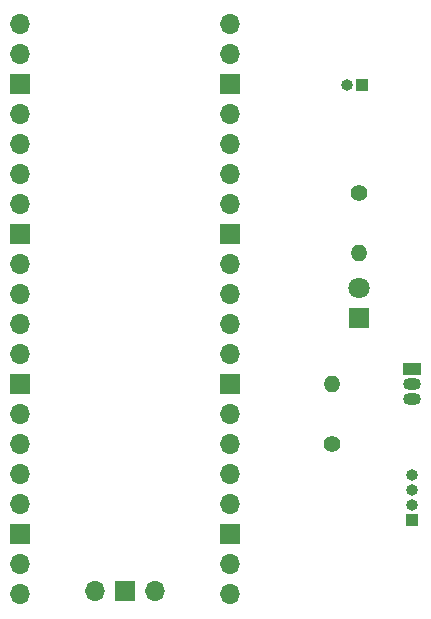
<source format=gbr>
%TF.GenerationSoftware,KiCad,Pcbnew,8.0.1*%
%TF.CreationDate,2024-03-27T17:00:54-03:00*%
%TF.ProjectId,Pond_S6,506f6e64-5f53-4362-9e6b-696361645f70,rev?*%
%TF.SameCoordinates,Original*%
%TF.FileFunction,Copper,L2,Bot*%
%TF.FilePolarity,Positive*%
%FSLAX46Y46*%
G04 Gerber Fmt 4.6, Leading zero omitted, Abs format (unit mm)*
G04 Created by KiCad (PCBNEW 8.0.1) date 2024-03-27 17:00:54*
%MOMM*%
%LPD*%
G01*
G04 APERTURE LIST*
%TA.AperFunction,ComponentPad*%
%ADD10C,1.400000*%
%TD*%
%TA.AperFunction,ComponentPad*%
%ADD11O,1.400000X1.400000*%
%TD*%
%TA.AperFunction,ComponentPad*%
%ADD12R,1.000000X1.000000*%
%TD*%
%TA.AperFunction,ComponentPad*%
%ADD13O,1.000000X1.000000*%
%TD*%
%TA.AperFunction,ComponentPad*%
%ADD14R,1.500000X1.050000*%
%TD*%
%TA.AperFunction,ComponentPad*%
%ADD15O,1.500000X1.050000*%
%TD*%
%TA.AperFunction,ComponentPad*%
%ADD16O,1.700000X1.700000*%
%TD*%
%TA.AperFunction,ComponentPad*%
%ADD17R,1.700000X1.700000*%
%TD*%
%TA.AperFunction,ComponentPad*%
%ADD18R,1.800000X1.800000*%
%TD*%
%TA.AperFunction,ComponentPad*%
%ADD19C,1.800000*%
%TD*%
G04 APERTURE END LIST*
D10*
%TO.P,R2,1*%
%TO.N,GPIO_20*%
X153450000Y-82240000D03*
D11*
%TO.P,R2,2*%
%TO.N,Net-(Q1-B)*%
X153450000Y-77160000D03*
%TD*%
D10*
%TO.P,R1,1*%
%TO.N,VCC*%
X155700000Y-60970000D03*
D11*
%TO.P,R1,2*%
%TO.N,Net-(D1-A)*%
X155700000Y-66050000D03*
%TD*%
D12*
%TO.P,J1,1,Pin_1*%
%TO.N,VCC*%
X155960000Y-51800000D03*
D13*
%TO.P,J1,2,Pin_2*%
%TO.N,GND*%
X154690000Y-51800000D03*
%TD*%
D12*
%TO.P,J2,1,Pin_1*%
%TO.N,GND*%
X160200000Y-88660000D03*
D13*
%TO.P,J2,2,Pin_2*%
%TO.N,Triger*%
X160200000Y-87390000D03*
%TO.P,J2,3,Pin_3*%
%TO.N,Echo*%
X160200000Y-86120000D03*
%TO.P,J2,4,Pin_4*%
%TO.N,VCC2*%
X160200000Y-84850000D03*
%TD*%
D14*
%TO.P,Q1,1,C*%
%TO.N,LED*%
X160210000Y-75870000D03*
D15*
%TO.P,Q1,2,B*%
%TO.N,Net-(Q1-B)*%
X160210000Y-77140000D03*
%TO.P,Q1,3,E*%
%TO.N,VCC2*%
X160210000Y-78410000D03*
%TD*%
D16*
%TO.P,U1,1,GPIO0*%
%TO.N,unconnected-(U1-GPIO0-Pad1)*%
X127045000Y-46675000D03*
%TO.P,U1,2,GPIO1*%
%TO.N,unconnected-(U1-GPIO1-Pad2)*%
X127045000Y-49215000D03*
D17*
%TO.P,U1,3,GND*%
%TO.N,GND*%
X127045000Y-51755000D03*
D16*
%TO.P,U1,4,GPIO2*%
%TO.N,unconnected-(U1-GPIO2-Pad4)*%
X127045000Y-54295000D03*
%TO.P,U1,5,GPIO3*%
%TO.N,unconnected-(U1-GPIO3-Pad5)*%
X127045000Y-56835000D03*
%TO.P,U1,6,GPIO4*%
%TO.N,unconnected-(U1-GPIO4-Pad6)*%
X127045000Y-59375000D03*
%TO.P,U1,7,GPIO5*%
%TO.N,GND*%
X127045000Y-61915000D03*
D17*
%TO.P,U1,8,GND*%
%TO.N,unconnected-(U1-GND-Pad8)*%
X127045000Y-64455000D03*
D16*
%TO.P,U1,9,GPIO6*%
%TO.N,unconnected-(U1-GPIO6-Pad9)*%
X127045000Y-66995000D03*
%TO.P,U1,10,GPIO7*%
%TO.N,unconnected-(U1-GPIO7-Pad10)*%
X127045000Y-69535000D03*
%TO.P,U1,11,GPIO8*%
%TO.N,unconnected-(U1-GPIO8-Pad11)*%
X127045000Y-72075000D03*
%TO.P,U1,12,GPIO9*%
%TO.N,unconnected-(U1-GPIO9-Pad12)*%
X127045000Y-74615000D03*
D17*
%TO.P,U1,13,GND*%
%TO.N,GND*%
X127045000Y-77155000D03*
D16*
%TO.P,U1,14,GPIO10*%
%TO.N,unconnected-(U1-GPIO10-Pad14)*%
X127045000Y-79695000D03*
%TO.P,U1,15,GPIO11*%
%TO.N,unconnected-(U1-GPIO11-Pad15)*%
X127045000Y-82235000D03*
%TO.P,U1,16,GPIO12*%
%TO.N,unconnected-(U1-GPIO12-Pad16)*%
X127045000Y-84775000D03*
%TO.P,U1,17,GPIO13*%
%TO.N,unconnected-(U1-GPIO13-Pad17)*%
X127045000Y-87315000D03*
D17*
%TO.P,U1,18,GND*%
%TO.N,GND*%
X127045000Y-89855000D03*
D16*
%TO.P,U1,19,GPIO14*%
%TO.N,unconnected-(U1-GPIO14-Pad19)*%
X127045000Y-92395000D03*
%TO.P,U1,20,GPIO15*%
%TO.N,unconnected-(U1-GPIO15-Pad20)*%
X127045000Y-94935000D03*
%TO.P,U1,21,GPIO16*%
%TO.N,unconnected-(U1-GPIO16-Pad21)*%
X144825000Y-94935000D03*
%TO.P,U1,22,GPIO17*%
%TO.N,unconnected-(U1-GPIO17-Pad22)*%
X144825000Y-92395000D03*
D17*
%TO.P,U1,23,GND*%
%TO.N,GND*%
X144825000Y-89855000D03*
D16*
%TO.P,U1,24,GPIO18*%
%TO.N,Triger*%
X144825000Y-87315000D03*
%TO.P,U1,25,GPIO19*%
%TO.N,Echo*%
X144825000Y-84775000D03*
%TO.P,U1,26,GPIO20*%
%TO.N,GPIO_20*%
X144825000Y-82235000D03*
%TO.P,U1,27,GPIO21*%
%TO.N,unconnected-(U1-GPIO21-Pad27)*%
X144825000Y-79695000D03*
D17*
%TO.P,U1,28,GND*%
%TO.N,GND*%
X144825000Y-77155000D03*
D16*
%TO.P,U1,29,GPIO22*%
%TO.N,unconnected-(U1-GPIO22-Pad29)*%
X144825000Y-74615000D03*
%TO.P,U1,30,RUN*%
%TO.N,unconnected-(U1-RUN-Pad30)*%
X144825000Y-72075000D03*
%TO.P,U1,31,GPIO26_ADC0*%
%TO.N,unconnected-(U1-GPIO26_ADC0-Pad31)*%
X144825000Y-69535000D03*
%TO.P,U1,32,GPIO27_ADC1*%
%TO.N,unconnected-(U1-GPIO27_ADC1-Pad32)*%
X144825000Y-66995000D03*
D17*
%TO.P,U1,33,AGND*%
%TO.N,unconnected-(U1-AGND-Pad33)*%
X144825000Y-64455000D03*
D16*
%TO.P,U1,34,GPIO28_ADC2*%
%TO.N,unconnected-(U1-GPIO28_ADC2-Pad34)*%
X144825000Y-61915000D03*
%TO.P,U1,35,ADC_VREF*%
%TO.N,unconnected-(U1-ADC_VREF-Pad35)*%
X144825000Y-59375000D03*
%TO.P,U1,36,3V3*%
%TO.N,unconnected-(U1-3V3-Pad36)*%
X144825000Y-56835000D03*
%TO.P,U1,37,3V3_EN*%
%TO.N,unconnected-(U1-3V3_EN-Pad37)*%
X144825000Y-54295000D03*
D17*
%TO.P,U1,38,GND*%
%TO.N,GND*%
X144825000Y-51755000D03*
D16*
%TO.P,U1,39,VSYS*%
%TO.N,VCC*%
X144825000Y-49215000D03*
%TO.P,U1,40,VBUS*%
%TO.N,unconnected-(U1-VBUS-Pad40)*%
X144825000Y-46675000D03*
%TO.P,U1,41,SWCLK*%
%TO.N,unconnected-(U1-SWCLK-Pad41)*%
X133395000Y-94705000D03*
D17*
%TO.P,U1,42,GND*%
%TO.N,unconnected-(U1-GND-Pad42)*%
X135935000Y-94705000D03*
D16*
%TO.P,U1,43,SWDIO*%
%TO.N,unconnected-(U1-SWDIO-Pad43)*%
X138475000Y-94705000D03*
%TD*%
D18*
%TO.P,D1,1,K*%
%TO.N,LED*%
X155700000Y-71575000D03*
D19*
%TO.P,D1,2,A*%
%TO.N,Net-(D1-A)*%
X155700000Y-69035000D03*
%TD*%
M02*

</source>
